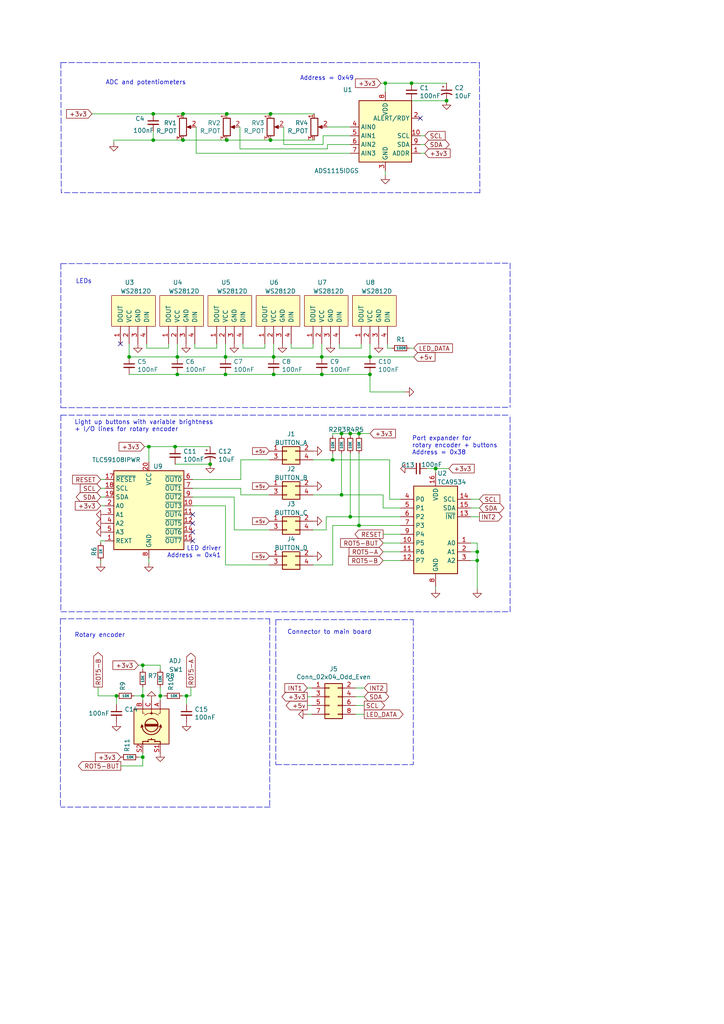
<source format=kicad_sch>
(kicad_sch (version 20211123) (generator eeschema)
  (paper "A4" portrait)
  (title_block (title "Front Panel Controls for ZC95") (rev "0.2") (company "CrashOverride85"))
  (lib_symbols
    (symbol "Analog_ADC:ADS1115IDGS"
      (property "Reference" "U" (at 2.54 13.97 0))
      (property "Value" "ADS1115IDGS" (at 7.62 11.43 0))
      (symbol "ADS1115IDGS_0_1"
        (rectangle (start -7.62 10.16) (end 7.62 -7.62) (stroke (width 0.254)) (fill (type background)))
      )
      (symbol "ADS1115IDGS_1_1"
        (pin input line (at 10.16 -5.08 180) (length 2.54) (name "ADDR") (number "1"))
        (pin input line (at 10.16 0 180) (length 2.54) (name "SCL") (number "10"))
        (pin output line (at 10.16 5.08 180) (length 2.54) (name "ALERT/RDY") (number "2"))
        (pin power_in line (at 0 -10.16 90) (length 2.54) (name "GND") (number "3"))
        (pin input line (at -10.16 2.54 0) (length 2.54) (name "AIN0") (number "4"))
        (pin input line (at -10.16 0 0) (length 2.54) (name "AIN1") (number "5"))
        (pin input line (at -10.16 -2.54 0) (length 2.54) (name "AIN2") (number "6"))
        (pin input line (at -10.16 -5.08 0) (length 2.54) (name "AIN3") (number "7"))
        (pin power_in line (at 0 12.7 270) (length 2.54) (name "VDD") (number "8"))
        (pin bidirectional line (at 10.16 -2.54 180) (length 2.54) (name "SDA") (number "9"))
      )
    )
    (symbol "Connector_Generic:Conn_02x02_Odd_Even" (pin_names (offset 1.016) hide)
      (property "Reference" "J" (at 1.27 2.54 0))
      (property "Value" "Conn_02x02_Odd_Even" (at 1.27 -5.08 0))
      (symbol "Conn_02x02_Odd_Even_1_1"
        (rectangle (start -1.27 -2.413) (end 0 -2.667) (stroke (width 0.1524)))
        (rectangle (start -1.27 0.127) (end 0 -0.127) (stroke (width 0.1524)))
        (rectangle (start -1.27 1.27) (end 3.81 -3.81) (stroke (width 0.254)) (fill (type background)))
        (rectangle (start 3.81 -2.413) (end 2.54 -2.667) (stroke (width 0.1524)))
        (rectangle (start 3.81 0.127) (end 2.54 -0.127) (stroke (width 0.1524)))
        (pin passive line (at -5.08 0 0) (length 3.81) (name "Pin_1") (number "1"))
        (pin passive line (at 7.62 0 180) (length 3.81) (name "Pin_2") (number "2"))
        (pin passive line (at -5.08 -2.54 0) (length 3.81) (name "Pin_3") (number "3"))
        (pin passive line (at 7.62 -2.54 180) (length 3.81) (name "Pin_4") (number "4"))
      )
    )
    (symbol "Connector_Generic:Conn_02x04_Odd_Even" (pin_names (offset 1.016) hide)
      (property "Reference" "J" (at 1.27 5.08 0))
      (property "Value" "Conn_02x04_Odd_Even" (at 1.27 -7.62 0))
      (symbol "Conn_02x04_Odd_Even_1_1"
        (rectangle (start -1.27 -4.953) (end 0 -5.207) (stroke (width 0.1524)))
        (rectangle (start -1.27 -2.413) (end 0 -2.667) (stroke (width 0.1524)))
        (rectangle (start -1.27 0.127) (end 0 -0.127) (stroke (width 0.1524)))
        (rectangle (start -1.27 2.667) (end 0 2.413) (stroke (width 0.1524)))
        (rectangle (start -1.27 3.81) (end 3.81 -6.35) (stroke (width 0.254)) (fill (type background)))
        (rectangle (start 3.81 -4.953) (end 2.54 -5.207) (stroke (width 0.1524)))
        (rectangle (start 3.81 -2.413) (end 2.54 -2.667) (stroke (width 0.1524)))
        (rectangle (start 3.81 0.127) (end 2.54 -0.127) (stroke (width 0.1524)))
        (rectangle (start 3.81 2.667) (end 2.54 2.413) (stroke (width 0.1524)))
        (pin passive line (at -5.08 2.54 0) (length 3.81) (name "Pin_1") (number "1"))
        (pin passive line (at 7.62 2.54 180) (length 3.81) (name "Pin_2") (number "2"))
        (pin passive line (at -5.08 0 0) (length 3.81) (name "Pin_3") (number "3"))
        (pin passive line (at 7.62 0 180) (length 3.81) (name "Pin_4") (number "4"))
        (pin passive line (at -5.08 -2.54 0) (length 3.81) (name "Pin_5") (number "5"))
        (pin passive line (at 7.62 -2.54 180) (length 3.81) (name "Pin_6") (number "6"))
        (pin passive line (at -5.08 -5.08 0) (length 3.81) (name "Pin_7") (number "7"))
        (pin passive line (at 7.62 -5.08 180) (length 3.81) (name "Pin_8") (number "8"))
      )
    )
    (symbol "Device:C_Small" (pin_numbers hide) (pin_names (offset 0.254) hide)
      (property "Reference" "C" (at 0.254 1.778 0))
      (property "Value" "C_Small" (at 0.254 -2.032 0))
      (symbol "C_Small_0_1"
        (polyline (pts (xy -1.524 -0.508) (xy 1.524 -0.508)) (stroke (width 0.3302)))
        (polyline (pts (xy -1.524 0.508) (xy 1.524 0.508)) (stroke (width 0.3048)))
      )
      (symbol "C_Small_1_1"
        (pin passive line (at 0 2.54 270) (length 2.032) (name "~") (number "1"))
        (pin passive line (at 0 -2.54 90) (length 2.032) (name "~") (number "2"))
      )
    )
    (symbol "Device:R_Small" (pin_numbers hide) (pin_names (offset 0.254) hide)
      (property "Reference" "R" (at 0.762 0.508 0))
      (property "Value" "R_Small" (at 0.762 -1.016 0))
      (symbol "R_Small_0_1"
        (rectangle (start -0.762 1.778) (end 0.762 -1.778) (stroke (width 0.2032)))
      )
      (symbol "R_Small_1_1"
        (pin passive line (at 0 2.54 270) (length 0.762) (name "~") (number "1"))
        (pin passive line (at 0 -2.54 90) (length 0.762) (name "~") (number "2"))
      )
    )
    (symbol "Driver_LED:TLC59108xPW"
      (property "Reference" "U" (at -8.89 13.97 0))
      (property "Value" "TLC59108xPW" (at 8.89 13.97 0))
      (symbol "TLC59108xPW_0_1"
        (rectangle (start -10.16 12.7) (end 10.16 -10.16) (stroke (width 0.254)) (fill (type background)))
      )
      (symbol "TLC59108xPW_1_1"
        (pin passive line (at -12.7 -7.62 0) (length 2.54) (name "REXT") (number "1"))
        (pin open_collector line (at 12.7 2.54 180) (length 2.54) (name "~{OUT3}") (number "10"))
        (pin open_collector line (at 12.7 0 180) (length 2.54) (name "~{OUT4}") (number "11"))
        (pin open_collector line (at 12.7 -2.54 180) (length 2.54) (name "~{OUT5}") (number "12"))
        (pin passive line (at 0 -12.7 90) (length 2.54) hide (name "GND") (number "13"))
        (pin open_collector line (at 12.7 -5.08 180) (length 2.54) (name "~{OUT6}") (number "14"))
        (pin open_collector line (at 12.7 -7.62 180) (length 2.54) (name "~{OUT7}") (number "15"))
        (pin passive line (at 0 -12.7 90) (length 2.54) hide (name "GND") (number "16"))
        (pin input line (at -12.7 10.16 0) (length 2.54) (name "~{RESET}") (number "17"))
        (pin input line (at -12.7 7.62 0) (length 2.54) (name "SCL") (number "18"))
        (pin bidirectional line (at -12.7 5.08 0) (length 2.54) (name "SDA") (number "19"))
        (pin input line (at -12.7 2.54 0) (length 2.54) (name "A0") (number "2"))
        (pin power_in line (at 0 15.24 270) (length 2.54) (name "VCC") (number "20"))
        (pin input line (at -12.7 0 0) (length 2.54) (name "A1") (number "3"))
        (pin input line (at -12.7 -2.54 0) (length 2.54) (name "A2") (number "4"))
        (pin input line (at -12.7 -5.08 0) (length 2.54) (name "A3") (number "5"))
        (pin open_collector line (at 12.7 10.16 180) (length 2.54) (name "~{OUT0}") (number "6"))
        (pin open_collector line (at 12.7 7.62 180) (length 2.54) (name "~{OUT1}") (number "7"))
        (pin power_in line (at 0 -12.7 90) (length 2.54) (name "GND") (number "8"))
        (pin open_collector line (at 12.7 5.08 180) (length 2.54) (name "~{OUT2}") (number "9"))
      )
    )
    (symbol "Interface_Expansion:TCA9534"
      (property "Reference" "U" (at -6.35 12.7 0))
      (property "Value" "TCA9534" (at 2.54 12.7 0))
      (symbol "TCA9534_0_1"
        (rectangle (start -6.35 -13.97) (end 6.35 11.43) (stroke (width 0.254)) (fill (type background)))
      )
      (symbol "TCA9534_1_1"
        (pin input line (at -10.16 -5.08 0) (length 3.81) (name "A0") (number "1"))
        (pin bidirectional line (at 10.16 -5.08 180) (length 3.81) (name "P5") (number "10"))
        (pin bidirectional line (at 10.16 -7.62 180) (length 3.81) (name "P6") (number "11"))
        (pin bidirectional line (at 10.16 -10.16 180) (length 3.81) (name "P7") (number "12"))
        (pin open_collector line (at -10.16 2.54 0) (length 3.81) (name "~{INT}") (number "13"))
        (pin input line (at -10.16 7.62 0) (length 3.81) (name "SCL") (number "14"))
        (pin bidirectional line (at -10.16 5.08 0) (length 3.81) (name "SDA") (number "15"))
        (pin power_in line (at 0 15.24 270) (length 3.81) (name "VDD") (number "16"))
        (pin input line (at -10.16 -7.62 0) (length 3.81) (name "A1") (number "2"))
        (pin input line (at -10.16 -10.16 0) (length 3.81) (name "A2") (number "3"))
        (pin bidirectional line (at 10.16 7.62 180) (length 3.81) (name "P0") (number "4"))
        (pin bidirectional line (at 10.16 5.08 180) (length 3.81) (name "P1") (number "5"))
        (pin bidirectional line (at 10.16 2.54 180) (length 3.81) (name "P2") (number "6"))
        (pin bidirectional line (at 10.16 0 180) (length 3.81) (name "P3") (number "7"))
        (pin power_in line (at 0 -17.78 90) (length 3.81) (name "GND") (number "8"))
        (pin bidirectional line (at 10.16 -2.54 180) (length 3.81) (name "P4") (number "9"))
      )
    )
    (symbol "PanelControls-rescue:CP1_Small-Device" (pin_numbers hide) (pin_names (offset 0.254) hide)
      (property "Reference" "C" (at 0.254 1.778 0))
      (property "Value" "CP1_Small-Device" (at 0.254 -2.032 0))
      (symbol "CP1_Small-Device_0_1"
        (polyline (pts (xy -1.524 0.508) (xy 1.524 0.508)) (stroke (width 0.3048)))
        (polyline (pts (xy -1.27 1.524) (xy -0.762 1.524)))
        (polyline (pts (xy -1.016 1.27) (xy -1.016 1.778)))
        (arc (start 1.524 -0.762) (mid 0 -0.3734) (end -1.524 -0.762) (stroke (width 0.3048)))
      )
      (symbol "CP1_Small-Device_1_1"
        (pin passive line (at 0 2.54 270) (length 2.032) (name "~") (number "1"))
        (pin passive line (at 0 -2.54 90) (length 2.032) (name "~") (number "2"))
      )
    )
    (symbol "PanelControls-rescue:R_POT-Device" (pin_names (offset 1.016) hide)
      (property "Reference" "RV" (at -4.445 0 90))
      (property "Value" "R_POT-Device" (at -2.54 0 90))
      (symbol "R_POT-Device_0_1"
        (polyline (pts (xy 2.54 0) (xy 1.524 0)))
        (polyline (pts (xy 1.143 0) (xy 2.286 0.508) (xy 2.286 -0.508) (xy 1.143 0)) (fill (type outline)))
        (rectangle (start 1.016 2.54) (end -1.016 -2.54) (stroke (width 0.254)))
      )
      (symbol "R_POT-Device_1_1"
        (pin passive line (at 0 3.81 270) (length 1.27) (name "1") (number "1"))
        (pin passive line (at 3.81 0 180) (length 1.27) (name "2") (number "2"))
        (pin passive line (at 0 -3.81 90) (length 1.27) (name "3") (number "3"))
      )
    )
    (symbol "PanelControls-rescue:Rotary_Encoder_Switch-Device" (pin_names (offset 0.254) hide)
      (property "Reference" "SW" (at 0 6.604 0))
      (property "Value" "Rotary_Encoder_Switch-Device" (at 0 -6.604 0))
      (symbol "Rotary_Encoder_Switch-Device_0_1"
        (rectangle (start -5.08 5.08) (end 5.08 -5.08) (stroke (width 0.254)) (fill (type background)))
        (circle (center -3.81 0) (radius 0.254) (fill (type outline)))
        (arc (start -0.381 -2.794) (mid 2.3622 -0.0508) (end -0.381 2.667) (stroke (width 0.254)))
        (circle (center -0.381 0) (radius 1.905) (stroke (width 0.254)))
        (polyline (pts (xy -0.635 -1.778) (xy -0.635 1.778)) (stroke (width 0.254)))
        (polyline (pts (xy -0.381 -1.778) (xy -0.381 1.778)) (stroke (width 0.254)))
        (polyline (pts (xy -0.127 1.778) (xy -0.127 -1.778)) (stroke (width 0.254)))
        (polyline (pts (xy 3.81 0) (xy 3.429 0)) (stroke (width 0.254)))
        (polyline (pts (xy 3.81 1.016) (xy 3.81 -1.016)) (stroke (width 0.254)))
        (polyline (pts (xy -5.08 -2.54) (xy -3.81 -2.54) (xy -3.81 -2.032)))
        (polyline (pts (xy -5.08 2.54) (xy -3.81 2.54) (xy -3.81 2.032)))
        (polyline (pts (xy 0.254 -3.048) (xy -0.508 -2.794) (xy 0.127 -2.413)) (stroke (width 0.254)))
        (polyline (pts (xy 0.254 2.921) (xy -0.508 2.667) (xy 0.127 2.286)) (stroke (width 0.254)))
        (polyline (pts (xy 5.08 -2.54) (xy 4.318 -2.54) (xy 4.318 -1.016)) (stroke (width 0.254)))
        (polyline (pts (xy 5.08 2.54) (xy 4.318 2.54) (xy 4.318 1.016)) (stroke (width 0.254)))
        (polyline (pts (xy -5.08 0) (xy -3.81 0) (xy -3.81 -1.016) (xy -3.302 -2.032)))
        (polyline (pts (xy -4.318 0) (xy -3.81 0) (xy -3.81 1.016) (xy -3.302 2.032)))
        (circle (center 4.318 -1.016) (radius 0.127) (stroke (width 0.254)))
        (circle (center 4.318 1.016) (radius 0.127) (stroke (width 0.254)))
      )
      (symbol "Rotary_Encoder_Switch-Device_1_1"
        (pin passive line (at -7.62 2.54 0) (length 2.54) (name "A") (number "A"))
        (pin passive line (at -7.62 -2.54 0) (length 2.54) (name "B") (number "B"))
        (pin passive line (at -7.62 0 0) (length 2.54) (name "C") (number "C"))
        (pin passive line (at 7.62 2.54 180) (length 2.54) (name "S1") (number "S1"))
        (pin passive line (at 7.62 -2.54 180) (length 2.54) (name "S2") (number "S2"))
      )
    )
    (symbol "PanelControls-rescue:WS2812D-PCLib-PanelControls-rescue" (pin_names (offset 1.016))
      (property "Reference" "U" (at 8.89 -13.97 0))
      (property "Value" "WS2812D-PCLib-PanelControls-rescue" (at 7.62 2.54 0))
      (symbol "WS2812D-PCLib-PanelControls-rescue_0_1"
        (polyline (pts (xy 3.81 0) (xy 12.7 0) (xy 12.7 -12.7) (xy 3.81 -12.7) (xy 3.81 0)) (fill (type background)))
      )
      (symbol "WS2812D-PCLib-PanelControls-rescue_1_1"
        (pin unspecified line (at -1.27 -2.54 0) (length 5.08) (name "DOUT") (number "1"))
        (pin unspecified line (at -1.27 -5.08 0) (length 5.08) (name "VCC") (number "2"))
        (pin unspecified line (at -1.27 -7.62 0) (length 5.08) (name "GND") (number "3"))
        (pin unspecified line (at -1.27 -10.16 0) (length 5.08) (name "DIN") (number "4"))
      )
    )
    (symbol "power:GND" (power) (pin_names (offset 0))
      (property "Value" "GND" (at 0 -3.81 0))
      (symbol "GND_0_1"
        (polyline (pts (xy 0 0) (xy 0 -1.27) (xy 1.27 -1.27) (xy 0 -2.54) (xy -1.27 -1.27) (xy 0 -1.27)))
      )
      (symbol "GND_1_1"
        (pin power_in line (at 0 0 270) (length 0) hide (name "GND") (number "1"))
      )
    )
  )
  (junction (at 138.43 160.02))
  (junction (at 41.402 192.913))
  (junction (at 138.43 162.56))
  (junction (at 65.786 33.02))
  (junction (at 111.76 24.13))
  (junction (at 96.52 133.35))
  (junction (at 44.45 33.02))
  (junction (at 53.086 40.64))
  (junction (at 129.54 29.21))
  (junction (at 99.06 143.51))
  (junction (at 46.482 201.803))
  (junction (at 65.405 103.505))
  (junction (at 60.96 134.62))
  (junction (at 126.365 135.89))
  (junction (at 54.102 201.803))
  (junction (at 101.6 125.73))
  (junction (at 51.435 108.585))
  (junction (at 65.405 108.585))
  (junction (at 101.6 149.86))
  (junction (at 79.375 103.505))
  (junction (at 107.315 103.505))
  (junction (at 50.8 129.54))
  (junction (at 37.465 103.505))
  (junction (at 65.786 40.64))
  (junction (at 43.18 129.54))
  (junction (at 93.345 108.585))
  (junction (at 104.14 152.4))
  (junction (at 93.345 103.505))
  (junction (at 41.402 201.803))
  (junction (at 33.782 201.803))
  (junction (at 79.375 108.585))
  (junction (at 104.14 125.73))
  (junction (at 51.435 103.505))
  (junction (at 99.06 125.73))
  (junction (at 41.402 219.583))
  (junction (at 78.486 33.02))
  (junction (at 53.086 33.02))
  (junction (at 119.38 24.13))
  (junction (at 78.486 40.64))
  (junction (at 44.45 40.64))
  (junction (at 107.315 108.585))
  (no_connect (at 55.88 149.225))
  (no_connect (at 55.88 151.765))
  (no_connect (at 55.88 154.305))
  (no_connect (at 121.92 34.29))
  (no_connect (at 55.88 156.845))
  (no_connect (at 34.925 99.695))
  (wire (pts (xy 90.424 202.057) (xy 89.154 202.057)))
  (wire (pts (xy 118.745 100.965) (xy 120.015 100.965)))
  (wire (pts (xy 37.465 108.585) (xy 51.435 108.585)))
  (wire (pts (xy 67.945 144.145) (xy 55.88 144.145)))
  (wire (pts (xy 29.21 156.845) (xy 29.21 157.48)))
  (polyline (pts (xy 139.065 18.161) (xy 139.192 55.88)))
  (wire (pts (xy 41.402 201.803) (xy 41.402 203.073)))
  (wire (pts (xy 41.402 199.263) (xy 41.402 201.803)))
  (wire (pts (xy 94.615 149.86) (xy 101.6 149.86)))
  (polyline (pts (xy 17.653 120.396) (xy 17.653 177.419)))
  (wire (pts (xy 120.015 103.505) (xy 107.315 103.505)))
  (wire (pts (xy 55.88 146.685) (xy 65.405 146.685)))
  (wire (pts (xy 105.664 199.517) (xy 103.124 199.517)))
  (wire (pts (xy 96.52 152.4) (xy 104.14 152.4)))
  (wire (pts (xy 50.8 134.62) (xy 60.96 134.62)))
  (wire (pts (xy 126.365 170.815) (xy 126.365 170.18)))
  (wire (pts (xy 70.485 99.695) (xy 70.485 100.965)))
  (wire (pts (xy 46.482 199.263) (xy 46.482 201.803)))
  (wire (pts (xy 37.465 99.695) (xy 37.465 103.505)))
  (wire (pts (xy 121.92 41.91) (xy 123.19 41.91)))
  (wire (pts (xy 78.486 40.64) (xy 91.186 40.64)))
  (wire (pts (xy 53.086 40.64) (xy 65.786 40.64)))
  (wire (pts (xy 121.92 44.45) (xy 123.19 44.45)))
  (polyline (pts (xy 78.359 234.061) (xy 17.653 234.061)))
  (wire (pts (xy 51.435 108.585) (xy 65.405 108.585)))
  (wire (pts (xy 69.596 36.83) (xy 69.596 43.18)))
  (wire (pts (xy 69.85 133.35) (xy 69.85 139.065)))
  (wire (pts (xy 44.45 40.64) (xy 33.02 40.64)))
  (wire (pts (xy 65.405 103.505) (xy 65.405 99.695)))
  (wire (pts (xy 54.102 201.803) (xy 54.102 204.343)))
  (wire (pts (xy 33.782 204.343) (xy 33.782 201.803)))
  (wire (pts (xy 65.405 146.685) (xy 65.405 163.83)))
  (wire (pts (xy 99.06 143.51) (xy 111.125 143.51)))
  (wire (pts (xy 69.85 139.065) (xy 55.88 139.065)))
  (wire (pts (xy 101.6 131.445) (xy 101.6 149.86)))
  (wire (pts (xy 94.996 36.83) (xy 101.6 36.83)))
  (wire (pts (xy 93.345 103.505) (xy 93.345 99.695)))
  (wire (pts (xy 70.485 100.965) (xy 76.835 100.965)))
  (wire (pts (xy 43.18 129.54) (xy 50.8 129.54)))
  (wire (pts (xy 41.402 222.123) (xy 41.402 219.583)))
  (wire (pts (xy 56.896 44.45) (xy 101.6 44.45)))
  (wire (pts (xy 56.896 36.83) (xy 56.896 44.45)))
  (wire (pts (xy 101.6 149.86) (xy 116.205 149.86)))
  (wire (pts (xy 30.48 156.845) (xy 29.21 156.845)))
  (polyline (pts (xy 80.01 221.742) (xy 119.888 221.742)))
  (wire (pts (xy 111.76 24.13) (xy 119.38 24.13)))
  (wire (pts (xy 41.402 219.583) (xy 41.402 218.313)))
  (wire (pts (xy 139.065 144.78) (xy 136.525 144.78)))
  (wire (pts (xy 136.525 157.48) (xy 138.43 157.48)))
  (wire (pts (xy 94.996 41.91) (xy 94.996 43.18)))
  (wire (pts (xy 62.865 100.965) (xy 62.865 99.695)))
  (wire (pts (xy 111.125 154.94) (xy 116.205 154.94)))
  (wire (pts (xy 29.21 141.605) (xy 30.48 141.605)))
  (wire (pts (xy 50.8 129.54) (xy 60.96 129.54)))
  (wire (pts (xy 65.405 108.585) (xy 79.375 108.585)))
  (wire (pts (xy 46.482 201.803) (xy 46.482 203.073)))
  (wire (pts (xy 111.125 147.32) (xy 116.205 147.32)))
  (wire (pts (xy 111.76 50.8) (xy 111.76 49.53)))
  (wire (pts (xy 99.06 125.73) (xy 99.06 126.365)))
  (polyline (pts (xy 139.192 55.88) (xy 17.78 55.88)))
  (wire (pts (xy 94.996 43.18) (xy 69.596 43.18)))
  (wire (pts (xy 103.124 207.137) (xy 105.664 207.137)))
  (wire (pts (xy 94.996 41.91) (xy 101.6 41.91)))
  (wire (pts (xy 104.14 125.73) (xy 107.315 125.73)))
  (wire (pts (xy 56.515 99.695) (xy 56.515 100.965)))
  (polyline (pts (xy 17.526 179.451) (xy 78.232 179.451)))
  (polyline (pts (xy 17.653 76.454) (xy 17.653 118.237)))
  (wire (pts (xy 93.726 41.91) (xy 93.726 39.37)))
  (wire (pts (xy 123.19 39.37) (xy 121.92 39.37)))
  (wire (pts (xy 29.21 144.145) (xy 30.48 144.145)))
  (wire (pts (xy 136.525 147.32) (xy 139.065 147.32)))
  (wire (pts (xy 65.405 163.83) (xy 78.105 163.83)))
  (wire (pts (xy 99.06 125.73) (xy 101.6 125.73)))
  (wire (pts (xy 111.125 160.02) (xy 116.205 160.02)))
  (wire (pts (xy 79.375 108.585) (xy 93.345 108.585)))
  (wire (pts (xy 26.67 33.02) (xy 44.45 33.02)))
  (wire (pts (xy 46.482 192.913) (xy 46.482 194.183)))
  (wire (pts (xy 93.345 108.585) (xy 107.315 108.585)))
  (wire (pts (xy 82.296 41.91) (xy 93.726 41.91)))
  (wire (pts (xy 90.805 133.35) (xy 96.52 133.35)))
  (wire (pts (xy 44.45 40.64) (xy 53.086 40.64)))
  (wire (pts (xy 90.805 100.965) (xy 90.805 99.695)))
  (wire (pts (xy 53.086 33.02) (xy 65.786 33.02)))
  (polyline (pts (xy 17.653 76.454) (xy 147.955 76.327)))
  (wire (pts (xy 110.49 24.13) (xy 111.76 24.13)))
  (wire (pts (xy 93.726 39.37) (xy 101.6 39.37)))
  (wire (pts (xy 126.365 137.16) (xy 126.365 135.89)))
  (wire (pts (xy 104.14 152.4) (xy 116.205 152.4)))
  (polyline (pts (xy 17.653 18.161) (xy 139.065 18.161)))
  (wire (pts (xy 111.76 26.67) (xy 111.76 24.13)))
  (wire (pts (xy 28.448 199.263) (xy 28.448 201.803)))
  (wire (pts (xy 136.525 162.56) (xy 138.43 162.56)))
  (wire (pts (xy 65.405 103.505) (xy 79.375 103.505)))
  (wire (pts (xy 29.21 146.685) (xy 30.48 146.685)))
  (wire (pts (xy 82.296 36.83) (xy 82.296 41.91)))
  (wire (pts (xy 41.91 129.54) (xy 43.18 129.54)))
  (wire (pts (xy 104.775 100.965) (xy 104.775 99.695)))
  (wire (pts (xy 104.14 125.73) (xy 104.14 126.365)))
  (polyline (pts (xy 80.01 179.705) (xy 80.01 221.742)))
  (wire (pts (xy 89.154 204.597) (xy 90.424 204.597)))
  (wire (pts (xy 107.315 103.505) (xy 107.315 99.695)))
  (wire (pts (xy 76.835 100.965) (xy 76.835 99.695)))
  (wire (pts (xy 78.105 153.67) (xy 67.945 153.67)))
  (wire (pts (xy 43.18 129.54) (xy 43.18 133.985)))
  (polyline (pts (xy 17.653 120.396) (xy 147.955 120.396)))
  (wire (pts (xy 84.455 99.695) (xy 84.455 100.965)))
  (wire (pts (xy 126.365 135.89) (xy 123.825 135.89)))
  (wire (pts (xy 56.515 100.965) (xy 62.865 100.965)))
  (wire (pts (xy 117.475 113.665) (xy 107.315 113.665)))
  (wire (pts (xy 40.132 219.583) (xy 41.402 219.583)))
  (wire (pts (xy 44.45 38.1) (xy 44.45 40.64)))
  (wire (pts (xy 55.372 201.803) (xy 54.102 201.803)))
  (wire (pts (xy 65.786 33.02) (xy 78.486 33.02)))
  (wire (pts (xy 44.45 33.02) (xy 53.086 33.02)))
  (wire (pts (xy 43.18 161.925) (xy 43.18 163.195)))
  (wire (pts (xy 41.402 192.913) (xy 46.482 192.913)))
  (wire (pts (xy 129.54 24.13) (xy 119.38 24.13)))
  (wire (pts (xy 111.125 143.51) (xy 111.125 147.32)))
  (wire (pts (xy 69.85 141.605) (xy 55.88 141.605)))
  (wire (pts (xy 40.132 192.913) (xy 41.402 192.913)))
  (wire (pts (xy 51.435 103.505) (xy 65.405 103.505)))
  (wire (pts (xy 47.752 201.803) (xy 46.482 201.803)))
  (wire (pts (xy 107.315 108.585) (xy 107.315 113.665)))
  (polyline (pts (xy 17.526 179.451) (xy 17.526 233.934)))
  (wire (pts (xy 89.154 199.517) (xy 90.424 199.517)))
  (polyline (pts (xy 147.955 76.327) (xy 147.955 118.11)))
  (wire (pts (xy 113.03 133.35) (xy 113.03 144.78)))
  (wire (pts (xy 35.052 222.123) (xy 41.402 222.123)))
  (wire (pts (xy 104.14 131.445) (xy 104.14 152.4)))
  (wire (pts (xy 42.545 99.695) (xy 42.545 100.965)))
  (wire (pts (xy 90.424 207.137) (xy 89.154 207.137)))
  (wire (pts (xy 78.486 33.02) (xy 91.186 33.02)))
  (wire (pts (xy 96.52 126.365) (xy 96.52 125.73)))
  (wire (pts (xy 42.545 100.965) (xy 48.895 100.965)))
  (wire (pts (xy 138.43 162.56) (xy 138.43 170.815)))
  (wire (pts (xy 96.52 133.35) (xy 113.03 133.35)))
  (wire (pts (xy 79.375 103.505) (xy 93.345 103.505)))
  (wire (pts (xy 138.43 160.02) (xy 138.43 162.56)))
  (wire (pts (xy 33.02 40.64) (xy 33.02 41.275)))
  (wire (pts (xy 38.862 201.803) (xy 41.402 201.803)))
  (wire (pts (xy 94.615 153.67) (xy 94.615 149.86)))
  (wire (pts (xy 105.664 204.597) (xy 103.124 204.597)))
  (wire (pts (xy 67.945 153.67) (xy 67.945 144.145)))
  (wire (pts (xy 65.786 40.64) (xy 78.486 40.64)))
  (wire (pts (xy 52.832 201.803) (xy 54.102 201.803)))
  (wire (pts (xy 78.105 143.51) (xy 69.85 143.51)))
  (polyline (pts (xy 17.653 177.419) (xy 147.955 177.419)))
  (wire (pts (xy 78.105 133.35) (xy 69.85 133.35)))
  (wire (pts (xy 29.21 139.065) (xy 30.48 139.065)))
  (wire (pts (xy 99.06 131.445) (xy 99.06 143.51)))
  (wire (pts (xy 98.425 99.695) (xy 98.425 100.965)))
  (wire (pts (xy 37.465 103.505) (xy 51.435 103.505)))
  (wire (pts (xy 55.372 199.263) (xy 55.372 201.803)))
  (polyline (pts (xy 147.955 177.419) (xy 147.955 120.396)))
  (wire (pts (xy 111.125 162.56) (xy 116.205 162.56)))
  (polyline (pts (xy 78.232 179.451) (xy 78.232 233.934)))
  (wire (pts (xy 51.435 103.505) (xy 51.435 99.695)))
  (wire (pts (xy 90.805 163.83) (xy 96.52 163.83)))
  (wire (pts (xy 69.85 143.51) (xy 69.85 141.605)))
  (wire (pts (xy 103.124 202.057) (xy 105.664 202.057)))
  (wire (pts (xy 90.805 143.51) (xy 99.06 143.51)))
  (wire (pts (xy 101.6 125.73) (xy 101.6 126.365)))
  (wire (pts (xy 90.805 153.67) (xy 94.615 153.67)))
  (wire (pts (xy 113.665 100.965) (xy 112.395 100.965)))
  (wire (pts (xy 84.455 100.965) (xy 90.805 100.965)))
  (wire (pts (xy 96.52 131.445) (xy 96.52 133.35)))
  (wire (pts (xy 112.395 99.695) (xy 112.395 100.965)))
  (wire (pts (xy 136.525 160.02) (xy 138.43 160.02)))
  (wire (pts (xy 111.125 157.48) (xy 116.205 157.48)))
  (wire (pts (xy 93.345 103.505) (xy 107.315 103.505)))
  (wire (pts (xy 96.52 163.83) (xy 96.52 152.4)))
  (wire (pts (xy 28.448 201.803) (xy 33.782 201.803)))
  (wire (pts (xy 138.43 157.48) (xy 138.43 160.02)))
  (polyline (pts (xy 119.888 179.705) (xy 119.888 221.742)))
  (wire (pts (xy 113.03 144.78) (xy 116.205 144.78)))
  (wire (pts (xy 136.525 149.86) (xy 139.065 149.86)))
  (wire (pts (xy 101.6 125.73) (xy 104.14 125.73)))
  (wire (pts (xy 48.895 100.965) (xy 48.895 99.695)))
  (wire (pts (xy 41.402 192.913) (xy 41.402 194.183)))
  (wire (pts (xy 119.38 29.21) (xy 129.54 29.21)))
  (polyline (pts (xy 80.01 179.705) (xy 119.888 179.705)))
  (wire (pts (xy 79.375 103.505) (xy 79.375 99.695)))
  (wire (pts (xy 130.175 135.89) (xy 126.365 135.89)))
  (wire (pts (xy 29.21 162.56) (xy 29.21 163.195)))
  (wire (pts (xy 96.52 125.73) (xy 99.06 125.73)))
  (polyline (pts (xy 17.653 18.161) (xy 17.78 55.88)))
  (polyline (pts (xy 17.653 118.237) (xy 147.955 118.11)))
  (wire (pts (xy 98.425 100.965) (xy 104.775 100.965)))
  (text "Rotary encoder" (at 21.59 185.039 0) (effects (font (size 1.27 1.27)) (justify left bottom)))
  (text "Light up buttons with variable brightness\n+ I/O lines for rotary encoder" (at 21.59 125.349 0) (effects (font (size 1.27 1.27)) (justify left bottom)))
  (text "Port expander for \nrotary encoder + buttons\nAddress = 0x38" (at 119.507 132.08 0) (effects (font (size 1.27 1.27)) (justify left bottom)))
  (text "Connector to main board" (at 83.312 184.15 0) (effects (font (size 1.27 1.27)) (justify left bottom)))
  (text "ADC and potentiometers" (at 53.975 24.765 180) (effects (font (size 1.27 1.27)) (justify right bottom)))
  (text "LEDs" (at 21.971 82.423 0) (effects (font (size 1.27 1.27)) (justify left bottom)))
  (text "Address = 0x49" (at 86.995 23.495 0) (effects (font (size 1.27 1.27)) (justify left bottom)))
  (text "LED driver\nAddress = 0x41" (at 64.135 161.925 180) (effects (font (size 1.27 1.27)) (justify right bottom)))
  (global_label "ROT5-B" (shape output) (at 28.448 199.263 90) (property "Intersheet References" "${INTERSHEET_REFS}" (effects hide)))
  (global_label "+3v3" (shape input) (at 107.315 125.73 0) (property "Intersheet References" "${INTERSHEET_REFS}" (effects hide)))
  (global_label "+3v3" (shape input) (at 123.19 44.45 0) (property "Intersheet References" "${INTERSHEET_REFS}" (effects hide)))
  (global_label "ROT5-A" (shape output) (at 55.372 199.263 90) (property "Intersheet References" "${INTERSHEET_REFS}" (effects hide)))
  (global_label "SDA" (shape bidirectional) (at 139.065 147.32 0) (property "Intersheet References" "${INTERSHEET_REFS}" (effects hide)))
  (global_label "SCL" (shape output) (at 105.664 204.597 0) (property "Intersheet References" "${INTERSHEET_REFS}" (effects hide)))
  (global_label "SCL" (shape input) (at 29.21 141.605 180) (property "Intersheet References" "${INTERSHEET_REFS}" (effects hide)))
  (global_label "RESET" (shape input) (at 29.21 139.065 180) (property "Intersheet References" "${INTERSHEET_REFS}" (effects hide)))
  (global_label "LED_DATA" (shape input) (at 120.015 100.965 0) (property "Intersheet References" "${INTERSHEET_REFS}" (effects hide)))
  (global_label "SDA" (shape bidirectional) (at 29.21 144.145 180) (property "Intersheet References" "${INTERSHEET_REFS}" (effects hide)))
  (global_label "+5v" (shape input) (at 120.015 103.505 0) (property "Intersheet References" "${INTERSHEET_REFS}" (effects hide)))
  (global_label "SCL" (shape input) (at 139.065 144.78 0) (property "Intersheet References" "${INTERSHEET_REFS}" (effects hide)))
  (global_label "+3v3" (shape input) (at 29.21 146.685 180) (property "Intersheet References" "${INTERSHEET_REFS}" (effects hide)))
  (global_label "SCL" (shape input) (at 123.19 39.37 0) (property "Intersheet References" "${INTERSHEET_REFS}" (effects hide)))
  (global_label "RESET" (shape output) (at 111.125 154.94 180) (property "Intersheet References" "${INTERSHEET_REFS}" (effects hide)))
  (global_label "+3v3" (shape input) (at 40.132 192.913 180) (property "Intersheet References" "${INTERSHEET_REFS}" (effects hide)))
  (global_label "+5v" (shape input) (at 78.105 161.29 180) (effects (font (size 1 1))) (property "Intersheet References" "${INTERSHEET_REFS}" (effects hide)))
  (global_label "+5v" (shape output) (at 89.154 204.597 180) (property "Intersheet References" "${INTERSHEET_REFS}" (effects hide)))
  (global_label "+3v3" (shape input) (at 26.67 33.02 180) (property "Intersheet References" "${INTERSHEET_REFS}" (effects hide)))
  (global_label "LED_DATA" (shape output) (at 105.664 207.137 0) (property "Intersheet References" "${INTERSHEET_REFS}" (effects hide)))
  (global_label "+3v3" (shape output) (at 89.154 202.057 180) (property "Intersheet References" "${INTERSHEET_REFS}" (effects hide)))
  (global_label "+3v3" (shape input) (at 110.49 24.13 180) (property "Intersheet References" "${INTERSHEET_REFS}" (effects hide)))
  (global_label "+5v" (shape input) (at 78.105 140.97 180) (effects (font (size 1 1))) (property "Intersheet References" "${INTERSHEET_REFS}" (effects hide)))
  (global_label "+3v3" (shape input) (at 35.052 219.583 180) (property "Intersheet References" "${INTERSHEET_REFS}" (effects hide)))
  (global_label "INT1" (shape input) (at 89.154 199.517 180) (property "Intersheet References" "${INTERSHEET_REFS}" (effects hide)))
  (global_label "ROT5-B" (shape input) (at 111.125 162.56 180) (property "Intersheet References" "${INTERSHEET_REFS}" (effects hide)))
  (global_label "SDA" (shape bidirectional) (at 123.19 41.91 0) (property "Intersheet References" "${INTERSHEET_REFS}" (effects hide)))
  (global_label "INT2" (shape input) (at 105.664 199.517 0) (property "Intersheet References" "${INTERSHEET_REFS}" (effects hide)))
  (global_label "ROT5-BUT" (shape input) (at 111.125 157.48 180) (property "Intersheet References" "${INTERSHEET_REFS}" (effects hide)))
  (global_label "ROT5-BUT" (shape output) (at 35.052 222.123 180) (property "Intersheet References" "${INTERSHEET_REFS}" (effects hide)))
  (global_label "ROT5-A" (shape input) (at 111.125 160.02 180) (property "Intersheet References" "${INTERSHEET_REFS}" (effects hide)))
  (global_label "+3v3" (shape input) (at 41.91 129.54 180) (property "Intersheet References" "${INTERSHEET_REFS}" (effects hide)))
  (global_label "INT2" (shape output) (at 139.065 149.86 0) (property "Intersheet References" "${INTERSHEET_REFS}" (effects hide)))
  (global_label "+3v3" (shape input) (at 130.175 135.89 0) (property "Intersheet References" "${INTERSHEET_REFS}" (effects hide)))
  (global_label "SDA" (shape bidirectional) (at 105.664 202.057 0) (property "Intersheet References" "${INTERSHEET_REFS}" (effects hide)))
  (global_label "+5v" (shape input) (at 78.105 151.13 180) (effects (font (size 1 1))) (property "Intersheet References" "${INTERSHEET_REFS}" (effects hide)))
  (global_label "+5v" (shape input) (at 78.105 130.81 180) (effects (font (size 1 1))) (property "Intersheet References" "${INTERSHEET_REFS}" (effects hide)))
  (symbol (lib_id "Connector_Generic:Conn_02x04_Odd_Even") (at 95.504 202.057 0) (unit 1)
    (property "Reference" "J5" (at 96.774 194.0052 0))
    (property "Value" "Conn_02x04_Odd_Even" (at 96.774 196.3166 0))
    (property "Footprint" "Connector_IDC:IDC-Header_2x04_P2.54mm_Vertical" (effects hide))
  )
  (symbol (lib_id "PanelControls-rescue:WS2812D-PCLib-PanelControls-rescue") (at 32.385 98.425 90) (unit 1)
    (property "Reference" "U3" (at 36.195 81.915 90) (effects (justify right)))
    (property "Value" "WS2812D" (at 34.925 84.455 90) (effects (justify right)))
    (property "Footprint" "ProjLib:WS2812D-F5" (effects hide))
  )
  (symbol (lib_id "PanelControls-rescue:WS2812D-PCLib-PanelControls-rescue") (at 46.355 98.425 90) (unit 1)
    (property "Reference" "U4" (at 50.165 81.915 90) (effects (justify right)))
    (property "Value" "WS2812D" (at 48.895 84.455 90) (effects (justify right)))
    (property "Footprint" "ProjLib:WS2812D-F5" (effects hide))
  )
  (symbol (lib_id "PanelControls-rescue:WS2812D-PCLib-PanelControls-rescue") (at 60.325 98.425 90) (unit 1)
    (property "Reference" "U5" (at 64.135 81.915 90) (effects (justify right)))
    (property "Value" "WS2812D" (at 62.865 84.455 90) (effects (justify right)))
    (property "Footprint" "ProjLib:WS2812D-F5" (effects hide))
  )
  (symbol (lib_id "PanelControls-rescue:WS2812D-PCLib-PanelControls-rescue") (at 74.295 98.425 90) (unit 1)
    (property "Reference" "U6" (at 78.105 81.915 90) (effects (justify right)))
    (property "Value" "WS2812D" (at 76.835 84.455 90) (effects (justify right)))
    (property "Footprint" "ProjLib:WS2812D-F5" (effects hide))
  )
  (symbol (lib_id "PanelControls-rescue:WS2812D-PCLib-PanelControls-rescue") (at 88.265 98.425 90) (unit 1)
    (property "Reference" "U7" (at 92.075 81.915 90) (effects (justify right)))
    (property "Value" "WS2812D" (at 90.805 84.455 90) (effects (justify right)))
    (property "Footprint" "ProjLib:WS2812D-F5" (effects hide))
  )
  (symbol (lib_id "PanelControls-rescue:WS2812D-PCLib-PanelControls-rescue") (at 102.235 98.425 90) (unit 1)
    (property "Reference" "U8" (at 106.045 81.915 90) (effects (justify right)))
    (property "Value" "WS2812D" (at 104.775 84.455 90) (effects (justify right)))
    (property "Footprint" "ProjLib:WS2812D-F5" (effects hide))
  )
  (symbol (lib_id "power:GND") (at 40.005 99.695 0) (unit 1)
    (property "Reference" "#PWR04" (effects hide))
    (property "Value" "GND" (effects hide))
  )
  (symbol (lib_id "power:GND") (at 53.975 99.695 0) (unit 1)
    (property "Reference" "#PWR05" (effects hide))
    (property "Value" "GND" (effects hide))
  )
  (symbol (lib_id "power:GND") (at 67.945 99.695 0) (unit 1)
    (property "Reference" "#PWR06" (effects hide))
    (property "Value" "GND" (effects hide))
  )
  (symbol (lib_id "power:GND") (at 81.915 99.695 0) (unit 1)
    (property "Reference" "#PWR07" (effects hide))
    (property "Value" "GND" (effects hide))
  )
  (symbol (lib_id "power:GND") (at 95.885 99.695 0) (unit 1)
    (property "Reference" "#PWR08" (effects hide))
    (property "Value" "GND" (effects hide))
  )
  (symbol (lib_id "power:GND") (at 109.855 99.695 0) (unit 1)
    (property "Reference" "#PWR09" (effects hide))
    (property "Value" "GND" (effects hide))
  )
  (symbol (lib_id "PanelControls-rescue:Rotary_Encoder_Switch-Device") (at 43.942 210.693 270) (unit 1)
    (property "Reference" "SW1" (at 49.022 194.183 90) (effects (justify left)))
    (property "Value" "ADJ" (at 49.022 191.643 90) (effects (justify left)))
    (property "Footprint" "ProjLib:BOURNS PEC11L-4125F-S0020" (effects hide))
  )
  (symbol (lib_id "power:GND") (at 43.942 203.073 180) (unit 1)
    (property "Reference" "#PWR024" (effects hide))
    (property "Value" "GND" (effects hide))
  )
  (symbol (lib_id "Device:R_Small") (at 41.402 196.723 0) (unit 1)
    (property "Reference" "R7" (at 42.9006 195.9864 0) (effects (justify left)))
    (property "Value" "10K" (at 41.402 197.993 90) (effects (font (size 0.7112 0.7112)) (justify left)))
    (property "Footprint" "Resistor_SMD:R_0603_1608Metric_Pad0.98x0.95mm_HandSolder" (effects hide))
    (property "LCSC" "C25804" (effects hide))
  )
  (symbol (lib_id "power:GND") (at 33.782 209.423 0) (unit 1)
    (property "Reference" "#PWR026" (effects hide))
    (property "Value" "GND" (effects hide))
  )
  (symbol (lib_id "power:GND") (at 54.102 209.423 0) (unit 1)
    (property "Reference" "#PWR027" (effects hide))
    (property "Value" "GND" (effects hide))
  )
  (symbol (lib_id "power:GND") (at 46.482 218.313 0) (unit 1)
    (property "Reference" "#PWR028" (effects hide))
    (property "Value" "GND" (effects hide))
  )
  (symbol (lib_id "power:GND") (at 126.365 170.815 0) (mirror y) (unit 1)
    (property "Reference" "#PWR022" (effects hide))
    (property "Value" "GND" (effects hide))
  )
  (symbol (lib_id "power:GND") (at 118.745 135.89 270) (mirror x) (unit 1)
    (property "Reference" "#PWR013" (effects hide))
    (property "Value" "GND" (effects hide))
  )
  (symbol (lib_id "power:GND") (at 117.475 113.665 90) (unit 1)
    (property "Reference" "#PWR010" (effects hide))
    (property "Value" "GND" (effects hide))
  )
  (symbol (lib_id "power:GND") (at 89.154 207.137 270) (unit 1)
    (property "Reference" "#PWR025" (effects hide))
    (property "Value" "GND" (effects hide))
  )
  (symbol (lib_id "Device:R_Small") (at 116.205 100.965 270) (unit 1)
    (property "Reference" "R1" (at 114.935 98.425 90) (effects (justify left)))
    (property "Value" "100R" (at 114.935 100.965 90) (effects (font (size 0.7112 0.7112)) (justify left)))
    (property "Footprint" "Resistor_SMD:R_0603_1608Metric_Pad0.98x0.95mm_HandSolder" (effects hide))
    (property "LCSC" "C22775" (effects hide))
  )
  (symbol (lib_id "PanelControls-rescue:R_POT-Device") (at 53.086 36.83 0) (unit 1)
    (property "Reference" "RV1" (at 51.308 35.6616 0) (effects (justify right)))
    (property "Value" "R_POT" (at 51.308 37.973 0) (effects (justify right)))
    (property "Footprint" "ProjLib:ALPSALPINE RK09L1140A2U" (effects hide))
  )
  (symbol (lib_id "Device:C_Small") (at 119.38 26.67 0) (unit 1)
    (property "Reference" "C1" (at 121.7168 25.5016 0) (effects (justify left)))
    (property "Value" "100nF" (at 121.7168 27.813 0) (effects (justify left)))
    (property "Footprint" "Capacitor_SMD:C_0603_1608Metric_Pad1.08x0.95mm_HandSolder" (effects hide))
    (property "LCSC" "C14663" (effects hide))
  )
  (symbol (lib_id "PanelControls-rescue:CP1_Small-Device") (at 129.54 26.67 0) (unit 1)
    (property "Reference" "C2" (at 131.8514 25.5016 0) (effects (justify left)))
    (property "Value" "10uF" (at 131.8514 27.813 0) (effects (justify left)))
    (property "Footprint" "Capacitor_SMD:C_0603_1608Metric_Pad1.08x0.95mm_HandSolder" (effects hide))
    (property "LCSC" "C19702" (effects hide))
  )
  (symbol (lib_id "power:GND") (at 129.54 29.21 0) (unit 1)
    (property "Reference" "#PWR01" (effects hide))
    (property "Value" "GND" (effects hide))
  )
  (symbol (lib_id "power:GND") (at 33.02 41.275 0) (mirror y) (unit 1)
    (property "Reference" "#PWR02" (effects hide))
    (property "Value" "GND" (effects hide))
  )
  (symbol (lib_id "PanelControls-rescue:R_POT-Device") (at 65.786 36.83 0) (unit 1)
    (property "Reference" "RV2" (at 64.008 35.6616 0) (effects (justify right)))
    (property "Value" "R_POT" (at 64.008 37.973 0) (effects (justify right)))
    (property "Footprint" "ProjLib:ALPSALPINE RK09L1140A2U" (effects hide))
  )
  (symbol (lib_id "PanelControls-rescue:R_POT-Device") (at 78.486 36.83 0) (unit 1)
    (property "Reference" "RV3" (at 76.708 35.6616 0) (effects (justify right)))
    (property "Value" "R_POT" (at 76.708 37.973 0) (effects (justify right)))
    (property "Footprint" "ProjLib:ALPSALPINE RK09L1140A2U" (effects hide))
  )
  (symbol (lib_id "PanelControls-rescue:R_POT-Device") (at 91.186 36.83 0) (unit 1)
    (property "Reference" "RV4" (at 89.408 35.6616 0) (effects (justify right)))
    (property "Value" "R_POT" (at 89.408 37.973 0) (effects (justify right)))
    (property "Footprint" "ProjLib:ALPSALPINE RK09L1140A2U" (effects hide))
  )
  (symbol (lib_id "power:GND") (at 111.76 50.8 0) (unit 1)
    (property "Reference" "#PWR03" (effects hide))
    (property "Value" "GND" (effects hide))
  )
  (symbol (lib_id "Device:C_Small") (at 50.8 132.08 0) (unit 1)
    (property "Reference" "C11" (at 53.1368 130.9116 0) (effects (justify left)))
    (property "Value" "100nF" (at 53.1368 133.223 0) (effects (justify left)))
    (property "Footprint" "Capacitor_SMD:C_0603_1608Metric_Pad1.08x0.95mm_HandSolder" (effects hide))
    (property "LCSC" "C14663" (effects hide))
  )
  (symbol (lib_id "Device:R_Small") (at 36.322 201.803 90) (unit 1)
    (property "Reference" "R9" (at 35.5854 200.3044 0) (effects (justify left)))
    (property "Value" "10K" (at 37.592 201.803 90) (effects (font (size 0.7112 0.7112)) (justify left)))
    (property "Footprint" "Resistor_SMD:R_0603_1608Metric_Pad0.98x0.95mm_HandSolder" (effects hide))
    (property "LCSC" "C25804" (effects hide))
  )
  (symbol (lib_id "Interface_Expansion:TCA9534") (at 126.365 152.4 0) (mirror y) (unit 1)
    (property "Reference" "U2" (at 126.8856 137.2702 0) (effects (justify right)))
    (property "Value" "TCA9534" (at 126.8856 139.8071 0) (effects (justify right)))
    (property "Footprint" "Package_SO:TSSOP-16_4.4x5mm_P0.65mm" (effects hide))
    (property "Datasheet" "http://www.ti.com/lit/ds/symlink/tca9534.pdf" (effects hide))
    (property "LCSC" "C206010" (effects hide))
  )
  (symbol (lib_id "Device:C_Small") (at 44.45 35.56 0) (unit 1)
    (property "Reference" "C4" (at 39.243 34.417 0) (effects (justify left)))
    (property "Value" "100nF" (at 38.608 37.846 0) (effects (justify left)))
    (property "Footprint" "Capacitor_SMD:C_0603_1608Metric_Pad1.08x0.95mm_HandSolder" (effects hide))
    (property "LCSC" "C14663" (effects hide))
  )
  (symbol (lib_id "Device:C_Small") (at 93.345 106.045 0) (unit 1)
    (property "Reference" "C9" (at 95.6818 104.8766 0) (effects (justify left)))
    (property "Value" "100nF" (at 95.6818 107.188 0) (effects (justify left)))
    (property "Footprint" "Capacitor_SMD:C_0603_1608Metric_Pad1.08x0.95mm_HandSolder" (effects hide))
    (property "LCSC" "C14663" (effects hide))
  )
  (symbol (lib_id "Device:C_Small") (at 37.465 106.045 0) (unit 1)
    (property "Reference" "C5" (at 39.8018 104.8766 0) (effects (justify left)))
    (property "Value" "100nF" (at 39.8018 107.188 0) (effects (justify left)))
    (property "Footprint" "Capacitor_SMD:C_0603_1608Metric_Pad1.08x0.95mm_HandSolder" (effects hide))
    (property "LCSC" "C14663" (effects hide))
  )
  (symbol (lib_id "Connector_Generic:Conn_02x02_Odd_Even") (at 83.185 151.13 0) (unit 1)
    (property "Reference" "J3" (at 84.455 146.1602 0))
    (property "Value" "BUTTON_C" (at 84.455 148.6971 0))
    (property "Footprint" "Library:ButtonConnector" (effects hide))
  )
  (symbol (lib_id "Connector_Generic:Conn_02x02_Odd_Even") (at 83.185 130.81 0) (unit 1)
    (property "Reference" "J1" (at 84.455 125.8402 0))
    (property "Value" "BUTTON_A" (at 84.455 128.3771 0))
    (property "Footprint" "Library:ButtonConnector" (effects hide))
  )
  (symbol (lib_id "power:GND") (at 29.21 163.195 0) (unit 1)
    (property "Reference" "#PWR020" (effects hide))
    (property "Value" "GND" (effects hide))
  )
  (symbol (lib_id "Device:R_Small") (at 50.292 201.803 90) (unit 1)
    (property "Reference" "R10" (at 49.5554 200.3044 0) (effects (justify left)))
    (property "Value" "10K" (at 51.562 201.803 90) (effects (font (size 0.7112 0.7112)) (justify left)))
    (property "Footprint" "Resistor_SMD:R_0603_1608Metric_Pad0.98x0.95mm_HandSolder" (effects hide))
    (property "LCSC" "C25804" (effects hide))
  )
  (symbol (lib_id "Device:C_Small") (at 51.435 106.045 0) (unit 1)
    (property "Reference" "C6" (at 53.7718 104.8766 0) (effects (justify left)))
    (property "Value" "100nF" (at 53.7718 107.188 0) (effects (justify left)))
    (property "Footprint" "Capacitor_SMD:C_0603_1608Metric_Pad1.08x0.95mm_HandSolder" (effects hide))
    (property "LCSC" "C14663" (effects hide))
  )
  (symbol (lib_id "power:GND") (at 138.43 170.815 0) (mirror y) (unit 1)
    (property "Reference" "#PWR023" (effects hide))
    (property "Value" "GND" (effects hide))
  )
  (symbol (lib_id "Device:C_Small") (at 65.405 106.045 0) (unit 1)
    (property "Reference" "C7" (at 67.7418 104.8766 0) (effects (justify left)))
    (property "Value" "100nF" (at 67.7418 107.188 0) (effects (justify left)))
    (property "Footprint" "Capacitor_SMD:C_0603_1608Metric_Pad1.08x0.95mm_HandSolder" (effects hide))
    (property "LCSC" "C14663" (effects hide))
  )
  (symbol (lib_id "Device:R_Small") (at 96.52 128.905 0) (unit 1)
    (property "Reference" "R2" (at 95.25 124.587 0) (effects (justify left)))
    (property "Value" "10K" (at 96.52 130.175 90) (effects (font (size 0.7112 0.7112)) (justify left)))
    (property "Footprint" "Resistor_SMD:R_0603_1608Metric_Pad0.98x0.95mm_HandSolder" (effects hide))
    (property "LCSC" "C25804" (effects hide))
  )
  (symbol (lib_id "Device:C_Small") (at 54.102 206.883 0) (unit 1)
    (property "Reference" "C15" (at 56.4388 205.7146 0) (effects (justify left)))
    (property "Value" "100nF" (at 56.4388 208.026 0) (effects (justify left)))
    (property "Footprint" "Capacitor_SMD:C_0603_1608Metric_Pad1.08x0.95mm_HandSolder" (effects hide))
    (property "LCSC" "C14663" (effects hide))
  )
  (symbol (lib_id "Device:R_Small") (at 29.21 160.02 0) (unit 1)
    (property "Reference" "R6" (at 27.305 161.29 90) (effects (justify left)))
    (property "Value" "1K" (at 29.21 160.655 90) (effects (font (size 0.7112 0.7112)) (justify left)))
    (property "Footprint" "Resistor_SMD:R_0603_1608Metric_Pad0.98x0.95mm_HandSolder" (effects hide))
    (property "LCSC" "C21190" (effects hide))
  )
  (symbol (lib_id "power:GND") (at 90.805 140.97 90) (mirror x) (unit 1)
    (property "Reference" "#PWR014" (effects hide))
    (property "Value" "GND" (effects hide))
  )
  (symbol (lib_id "Device:C_Small") (at 33.782 206.883 0) (unit 1)
    (property "Reference" "C14" (at 36.1188 205.7146 0) (effects (justify left)))
    (property "Value" "100nF" (at 25.654 206.883 0) (effects (justify left)))
    (property "Footprint" "Capacitor_SMD:C_0603_1608Metric_Pad1.08x0.95mm_HandSolder" (effects hide))
    (property "LCSC" "C14663" (effects hide))
  )
  (symbol (lib_id "Device:R_Small") (at 101.6 128.905 0) (unit 1)
    (property "Reference" "R4" (at 100.33 124.587 0) (effects (justify left)))
    (property "Value" "10K" (at 101.6 130.175 90) (effects (font (size 0.7112 0.7112)) (justify left)))
    (property "Footprint" "Resistor_SMD:R_0603_1608Metric_Pad0.98x0.95mm_HandSolder" (effects hide))
    (property "LCSC" "C25804" (effects hide))
  )
  (symbol (lib_id "power:GND") (at 90.805 161.29 90) (mirror x) (unit 1)
    (property "Reference" "#PWR019" (effects hide))
    (property "Value" "GND" (effects hide))
  )
  (symbol (lib_id "Connector_Generic:Conn_02x02_Odd_Even") (at 83.185 161.29 0) (unit 1)
    (property "Reference" "J4" (at 84.455 156.3202 0))
    (property "Value" "BUTTON_D" (at 84.455 158.8571 0))
    (property "Footprint" "Library:ButtonConnector" (effects hide))
  )
  (symbol (lib_id "power:GND") (at 90.805 130.81 90) (mirror x) (unit 1)
    (property "Reference" "#PWR011" (effects hide))
    (property "Value" "GND" (effects hide))
  )
  (symbol (lib_id "Connector_Generic:Conn_02x02_Odd_Even") (at 83.185 140.97 0) (unit 1)
    (property "Reference" "J2" (at 84.455 136.0002 0))
    (property "Value" "BUTTON_B" (at 84.455 138.5371 0))
    (property "Footprint" "Library:ButtonConnector" (effects hide))
  )
  (symbol (lib_id "Device:R_Small") (at 104.14 128.905 0) (unit 1)
    (property "Reference" "R5" (at 102.87 124.587 0) (effects (justify left)))
    (property "Value" "10K" (at 104.14 130.175 90) (effects (font (size 0.7112 0.7112)) (justify left)))
    (property "Footprint" "Resistor_SMD:R_0603_1608Metric_Pad0.98x0.95mm_HandSolder" (effects hide))
    (property "LCSC" "C25804" (effects hide))
  )
  (symbol (lib_id "power:GND") (at 90.805 151.13 90) (mirror x) (unit 1)
    (property "Reference" "#PWR016" (effects hide))
    (property "Value" "GND" (effects hide))
  )
  (symbol (lib_id "power:GND") (at 43.18 163.195 0) (unit 1)
    (property "Reference" "#PWR021" (effects hide))
    (property "Value" "GND" (effects hide))
  )
  (symbol (lib_id "power:GND") (at 30.48 154.305 270) (mirror x) (unit 1)
    (property "Reference" "#PWR018" (effects hide))
    (property "Value" "GND" (effects hide))
  )
  (symbol (lib_id "Device:R_Small") (at 46.482 196.723 0) (unit 1)
    (property "Reference" "R8" (at 47.9806 195.9864 0) (effects (justify left)))
    (property "Value" "10K" (at 46.482 197.993 90) (effects (font (size 0.7112 0.7112)) (justify left)))
    (property "Footprint" "Resistor_SMD:R_0603_1608Metric_Pad0.98x0.95mm_HandSolder" (effects hide))
    (property "LCSC" "C25804" (effects hide))
  )
  (symbol (lib_id "Device:R_Small") (at 37.592 219.583 90) (unit 1)
    (property "Reference" "R11" (at 36.8554 218.0844 0) (effects (justify left)))
    (property "Value" "10K" (at 38.862 219.583 90) (effects (font (size 0.7112 0.7112)) (justify left)))
    (property "Footprint" "Resistor_SMD:R_0603_1608Metric_Pad0.98x0.95mm_HandSolder" (effects hide))
    (property "LCSC" "C25804" (effects hide))
  )
  (symbol (lib_id "Device:C_Small") (at 107.315 106.045 0) (unit 1)
    (property "Reference" "C10" (at 109.6518 104.8766 0) (effects (justify left)))
    (property "Value" "100nF" (at 109.6518 107.188 0) (effects (justify left)))
    (property "Footprint" "Capacitor_SMD:C_0603_1608Metric_Pad1.08x0.95mm_HandSolder" (effects hide))
    (property "LCSC" "C14663" (effects hide))
  )
  (symbol (lib_id "power:GND") (at 30.48 151.765 270) (mirror x) (unit 1)
    (property "Reference" "#PWR017" (effects hide))
    (property "Value" "GND" (effects hide))
  )
  (symbol (lib_id "PanelControls-rescue:CP1_Small-Device") (at 60.96 132.08 0) (unit 1)
    (property "Reference" "C12" (at 63.2714 130.9116 0) (effects (justify left)))
    (property "Value" "10uF" (at 63.2714 133.223 0) (effects (justify left)))
    (property "Footprint" "Capacitor_SMD:C_0603_1608Metric_Pad1.08x0.95mm_HandSolder" (effects hide))
    (property "LCSC" "C19702" (effects hide))
  )
  (symbol (lib_id "Driver_LED:TLC59108xPW") (at 43.18 149.225 0) (unit 1)
    (property "Reference" "U9" (at 44.45 135.255 0) (effects (justify left)))
    (property "Value" "TLC59108IPWR" (at 26.67 133.35 0) (effects (justify left)))
    (property "Footprint" "Package_SO:TSSOP-20_4.4x6.5mm_P0.65mm" (effects hide))
    (property "Datasheet" "https://www.ti.com/lit/ds/symlink/tlc59108.pdf" (effects hide))
    (property "LCSC" "C130031" (effects hide))
  )
  (symbol (lib_id "Device:R_Small") (at 99.06 128.905 0) (unit 1)
    (property "Reference" "R3" (at 97.79 124.587 0) (effects (justify left)))
    (property "Value" "10K" (at 99.06 130.175 90) (effects (font (size 0.7112 0.7112)) (justify left)))
    (property "Footprint" "Resistor_SMD:R_0603_1608Metric_Pad0.98x0.95mm_HandSolder" (effects hide))
    (property "LCSC" "C25804" (effects hide))
  )
  (symbol (lib_id "Device:C_Small") (at 121.285 135.89 90) (unit 1)
    (property "Reference" "C13" (at 120.269 134.874 90) (effects (justify left)))
    (property "Value" "100nF" (at 128.27 134.747 90) (effects (justify left)))
    (property "Footprint" "Capacitor_SMD:C_0603_1608Metric_Pad1.08x0.95mm_HandSolder" (effects hide))
    (property "LCSC" "C14663" (effects hide))
  )
  (symbol (lib_id "Device:C_Small") (at 79.375 106.045 0) (unit 1)
    (property "Reference" "C8" (at 81.7118 104.8766 0) (effects (justify left)))
    (property "Value" "100nF" (at 81.7118 107.188 0) (effects (justify left)))
    (property "Footprint" "Capacitor_SMD:C_0603_1608Metric_Pad1.08x0.95mm_HandSolder" (effects hide))
    (property "LCSC" "C14663" (effects hide))
  )
  (symbol (lib_id "power:GND") (at 60.96 134.62 0) (unit 1)
    (property "Reference" "#PWR012" (effects hide))
    (property "Value" "GND" (effects hide))
  )
  (symbol (lib_id "Analog_ADC:ADS1115IDGS") (at 111.76 39.37 0) (unit 1)
    (property "Reference" "U1" (at 102.235 26.035 0) (effects (justify right)))
    (property "Value" "ADS1115IDGS" (at 104.14 49.53 0) (effects (justify right)))
    (property "Footprint" "Package_SO:TSSOP-10_3x3mm_P0.5mm" (effects hide))
    (property "Datasheet" "http://www.ti.com/lit/ds/symlink/ads1113.pdf" (effects hide))
  )
  (symbol (lib_id "power:GND") (at 30.48 149.225 270) (mirror x) (unit 1)
    (property "Reference" "#PWR015" (effects hide))
    (property "Value" "GND" (effects hide))
  )
)
</source>
